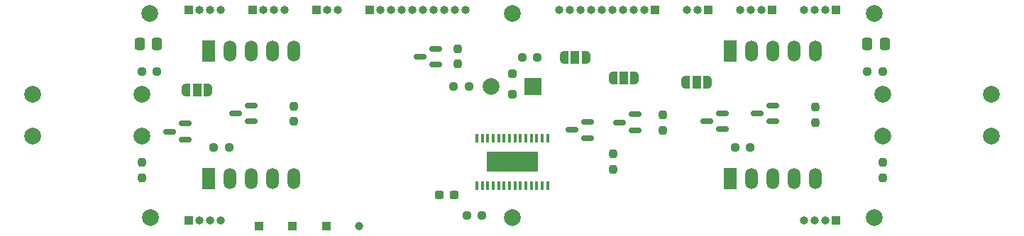
<source format=gbr>
%TF.GenerationSoftware,KiCad,Pcbnew,8.0.0*%
%TF.CreationDate,2024-11-21T20:10:56+00:00*%
%TF.ProjectId,display-board,64697370-6c61-4792-9d62-6f6172642e6b,rev?*%
%TF.SameCoordinates,Original*%
%TF.FileFunction,Soldermask,Bot*%
%TF.FilePolarity,Negative*%
%FSLAX46Y46*%
G04 Gerber Fmt 4.6, Leading zero omitted, Abs format (unit mm)*
G04 Created by KiCad (PCBNEW 8.0.0) date 2024-11-21 20:10:56*
%MOMM*%
%LPD*%
G01*
G04 APERTURE LIST*
G04 Aperture macros list*
%AMRoundRect*
0 Rectangle with rounded corners*
0 $1 Rounding radius*
0 $2 $3 $4 $5 $6 $7 $8 $9 X,Y pos of 4 corners*
0 Add a 4 corners polygon primitive as box body*
4,1,4,$2,$3,$4,$5,$6,$7,$8,$9,$2,$3,0*
0 Add four circle primitives for the rounded corners*
1,1,$1+$1,$2,$3*
1,1,$1+$1,$4,$5*
1,1,$1+$1,$6,$7*
1,1,$1+$1,$8,$9*
0 Add four rect primitives between the rounded corners*
20,1,$1+$1,$2,$3,$4,$5,0*
20,1,$1+$1,$4,$5,$6,$7,0*
20,1,$1+$1,$6,$7,$8,$9,0*
20,1,$1+$1,$8,$9,$2,$3,0*%
%AMFreePoly0*
4,1,19,0.550000,-0.750000,0.000000,-0.750000,0.000000,-0.744911,-0.071157,-0.744911,-0.207708,-0.704816,-0.327430,-0.627875,-0.420627,-0.520320,-0.479746,-0.390866,-0.500000,-0.250000,-0.500000,0.250000,-0.479746,0.390866,-0.420627,0.520320,-0.327430,0.627875,-0.207708,0.704816,-0.071157,0.744911,0.000000,0.744911,0.000000,0.750000,0.550000,0.750000,0.550000,-0.750000,0.550000,-0.750000,
$1*%
%AMFreePoly1*
4,1,19,0.000000,0.744911,0.071157,0.744911,0.207708,0.704816,0.327430,0.627875,0.420627,0.520320,0.479746,0.390866,0.500000,0.250000,0.500000,-0.250000,0.479746,-0.390866,0.420627,-0.520320,0.327430,-0.627875,0.207708,-0.704816,0.071157,-0.744911,0.000000,-0.744911,0.000000,-0.750000,-0.550000,-0.750000,-0.550000,0.750000,0.000000,0.750000,0.000000,0.744911,0.000000,0.744911,
$1*%
G04 Aperture macros list end*
%ADD10R,1.000000X1.000000*%
%ADD11RoundRect,0.237500X0.237500X-0.250000X0.237500X0.250000X-0.237500X0.250000X-0.237500X-0.250000X0*%
%ADD12RoundRect,0.237500X-0.250000X-0.237500X0.250000X-0.237500X0.250000X0.237500X-0.250000X0.237500X0*%
%ADD13RoundRect,0.237500X0.250000X0.237500X-0.250000X0.237500X-0.250000X-0.237500X0.250000X-0.237500X0*%
%ADD14RoundRect,0.250000X-0.337500X-0.475000X0.337500X-0.475000X0.337500X0.475000X-0.337500X0.475000X0*%
%ADD15RoundRect,0.250000X0.337500X0.475000X-0.337500X0.475000X-0.337500X-0.475000X0.337500X-0.475000X0*%
%ADD16RoundRect,0.237500X0.300000X0.237500X-0.300000X0.237500X-0.300000X-0.237500X0.300000X-0.237500X0*%
%ADD17O,1.000000X1.000000*%
%ADD18C,2.000000*%
%ADD19R,1.524000X2.524000*%
%ADD20O,1.524000X2.524000*%
%ADD21R,2.000000X2.000000*%
%ADD22FreePoly0,180.000000*%
%ADD23R,1.000000X1.500000*%
%ADD24FreePoly1,180.000000*%
%ADD25C,1.000000*%
%ADD26RoundRect,0.237500X-0.237500X0.250000X-0.237500X-0.250000X0.237500X-0.250000X0.237500X0.250000X0*%
%ADD27RoundRect,0.150000X0.587500X0.150000X-0.587500X0.150000X-0.587500X-0.150000X0.587500X-0.150000X0*%
%ADD28RoundRect,0.250000X0.250000X-0.250000X0.250000X0.250000X-0.250000X0.250000X-0.250000X-0.250000X0*%
%ADD29R,6.170000X2.400000*%
%ADD30R,0.400000X1.100000*%
G04 APERTURE END LIST*
D10*
%TO.C,CTRL*%
X69795000Y-110700000D03*
%TD*%
D11*
%TO.C,R14*%
X55795000Y-104912500D03*
X55795000Y-103087500D03*
%TD*%
D12*
%TO.C,R13*%
X55782500Y-92200000D03*
X57607500Y-92200000D03*
%TD*%
D11*
%TO.C,R12*%
X144195500Y-103087500D03*
X144195500Y-104912500D03*
%TD*%
D13*
%TO.C,R11*%
X144207500Y-92200000D03*
X142382500Y-92200000D03*
%TD*%
D14*
%TO.C,C3*%
X57632500Y-88900000D03*
X55557500Y-88900000D03*
%TD*%
D15*
%TO.C,C2*%
X144432500Y-88900000D03*
X142357500Y-88900000D03*
%TD*%
D16*
%TO.C,C1*%
X93057500Y-107000000D03*
X91332500Y-107000000D03*
%TD*%
D10*
%TO.C,PWR3*%
X61400000Y-110000000D03*
D17*
X62670000Y-110000000D03*
X63940000Y-110000000D03*
X65210000Y-110000000D03*
%TD*%
D10*
%TO.C,SW_C1*%
X76650000Y-84900000D03*
D17*
X77920000Y-84900000D03*
X79190000Y-84900000D03*
%TD*%
D10*
%TO.C,DD1*%
X83005000Y-84900000D03*
D17*
X84275000Y-84900000D03*
X85545000Y-84900000D03*
X86815000Y-84900000D03*
X88085000Y-84900000D03*
X89355000Y-84900000D03*
X90625000Y-84900000D03*
X91895000Y-84900000D03*
X93165000Y-84900000D03*
X94435000Y-84900000D03*
%TD*%
D10*
%TO.C,PWR4*%
X138600000Y-110000000D03*
D17*
X137330000Y-110000000D03*
X136060000Y-110000000D03*
X134790000Y-110000000D03*
%TD*%
D10*
%TO.C,SW_C2*%
X123350000Y-84900000D03*
D17*
X122080000Y-84900000D03*
X120810000Y-84900000D03*
%TD*%
D18*
%TO.C,J4*%
X143200000Y-109700000D03*
%TD*%
D10*
%TO.C,CA1*%
X69025000Y-84900000D03*
D17*
X70295000Y-84900000D03*
X71565000Y-84900000D03*
X72835000Y-84900000D03*
%TD*%
D18*
%TO.C,SW2*%
X144200000Y-99900000D03*
X157200000Y-99900000D03*
X144200000Y-94900000D03*
X157200000Y-94900000D03*
%TD*%
D10*
%TO.C,DD2*%
X116995000Y-84900000D03*
D17*
X115725000Y-84900000D03*
X114455000Y-84900000D03*
X113185000Y-84900000D03*
X111915000Y-84900000D03*
X110645000Y-84900000D03*
X109375000Y-84900000D03*
X108105000Y-84900000D03*
X106835000Y-84900000D03*
X105565000Y-84900000D03*
%TD*%
D19*
%TO.C,U2*%
X63820000Y-105000000D03*
D20*
X66360000Y-105000000D03*
X68900000Y-105000000D03*
X71440000Y-105000000D03*
X73980000Y-105000000D03*
X73980000Y-89760000D03*
X71440000Y-89760000D03*
X68900000Y-89760000D03*
X66360000Y-89760000D03*
D19*
X63820000Y-89760000D03*
%TD*%
D18*
%TO.C,SW1*%
X55800000Y-94900000D03*
X42800000Y-94900000D03*
X55800000Y-99900000D03*
X42800000Y-99900000D03*
%TD*%
D21*
%TO.C,BZ1*%
X102500000Y-93999999D03*
D18*
X97500000Y-93999999D03*
%TD*%
D10*
%TO.C,PWR1*%
X61400000Y-84900000D03*
D17*
X62670000Y-84900000D03*
X63940000Y-84900000D03*
X65210000Y-84900000D03*
%TD*%
D10*
%TO.C,CA2*%
X130975000Y-84900000D03*
D17*
X129705000Y-84900000D03*
X128435000Y-84900000D03*
X127165000Y-84900000D03*
%TD*%
D18*
%TO.C,J1*%
X56795000Y-85300000D03*
%TD*%
%TO.C,J5*%
X100000000Y-85300000D03*
%TD*%
%TO.C,J3*%
X143195000Y-85300000D03*
%TD*%
%TO.C,J2*%
X56800000Y-109700000D03*
%TD*%
%TO.C,J6*%
X100000000Y-109700000D03*
%TD*%
D19*
%TO.C,U4*%
X126000000Y-105000000D03*
D20*
X128540000Y-105000000D03*
X131080000Y-105000000D03*
X133620000Y-105000000D03*
X136160000Y-105000000D03*
X136160000Y-89760000D03*
X133620000Y-89760000D03*
X131080000Y-89760000D03*
X128540000Y-89760000D03*
D19*
X126000000Y-89760000D03*
%TD*%
D10*
%TO.C,PWR2*%
X138600000Y-84900000D03*
D17*
X137330000Y-84900000D03*
X136060000Y-84900000D03*
X134790000Y-84900000D03*
%TD*%
D22*
%TO.C,PWRQ2*%
X123300000Y-93500000D03*
D23*
X122000000Y-93500000D03*
D24*
X120700000Y-93500000D03*
%TD*%
D25*
%TO.C,GND*%
X81695000Y-110700000D03*
%TD*%
D26*
%TO.C,R6*%
X118000000Y-97400000D03*
X118000000Y-99225000D03*
%TD*%
%TO.C,R3*%
X136162500Y-96500000D03*
X136162500Y-98325000D03*
%TD*%
%TO.C,R9*%
X93500000Y-89487500D03*
X93500000Y-91312500D03*
%TD*%
D22*
%TO.C,PWR_S1*%
X108800000Y-90500000D03*
D23*
X107500000Y-90500000D03*
D24*
X106200000Y-90500000D03*
%TD*%
D26*
%TO.C,R1*%
X73962500Y-96337500D03*
X73962500Y-98162500D03*
%TD*%
D27*
%TO.C,Q6*%
X109000000Y-98250000D03*
X109000000Y-100150000D03*
X107125000Y-99200000D03*
%TD*%
D22*
%TO.C,PWRQ3*%
X114600000Y-93000000D03*
D23*
X113300000Y-93000000D03*
D24*
X112000000Y-93000000D03*
%TD*%
D27*
%TO.C,Q4*%
X125100000Y-97187500D03*
X125100000Y-99087500D03*
X123225000Y-98137500D03*
%TD*%
D12*
%TO.C,R5*%
X126587500Y-101300000D03*
X128412500Y-101300000D03*
%TD*%
D11*
%TO.C,R7*%
X112000000Y-103912500D03*
X112000000Y-102087500D03*
%TD*%
D12*
%TO.C,R2*%
X64387500Y-101300000D03*
X66212500Y-101300000D03*
%TD*%
D27*
%TO.C,Q2*%
X60975000Y-98450000D03*
X60975000Y-100350000D03*
X59100000Y-99400000D03*
%TD*%
D28*
%TO.C,D1*%
X100000000Y-94950000D03*
X100000000Y-92450000D03*
%TD*%
D10*
%TO.C,BAT+*%
X77795000Y-110700000D03*
%TD*%
D22*
%TO.C,PWRQ1*%
X63700000Y-94400000D03*
D23*
X62400000Y-94400000D03*
D24*
X61100000Y-94400000D03*
%TD*%
D12*
%TO.C,R8*%
X93000000Y-94000000D03*
X94825000Y-94000000D03*
%TD*%
%TO.C,R10*%
X101175000Y-90500000D03*
X103000000Y-90500000D03*
%TD*%
D27*
%TO.C,Q7*%
X90875000Y-89500000D03*
X90875000Y-91400000D03*
X89000000Y-90450000D03*
%TD*%
%TO.C,Q3*%
X131100000Y-96287500D03*
X131100000Y-98187500D03*
X129225000Y-97237500D03*
%TD*%
%TO.C,Q5*%
X114637500Y-97350000D03*
X114637500Y-99250000D03*
X112762500Y-98300000D03*
%TD*%
D10*
%TO.C,LDO*%
X73795000Y-110700000D03*
%TD*%
D27*
%TO.C,Q1*%
X68900000Y-96287500D03*
X68900000Y-98187500D03*
X67025000Y-97237500D03*
%TD*%
D29*
%TO.C,U1*%
X100000000Y-103000000D03*
D30*
X95775000Y-100150000D03*
X96425000Y-100150000D03*
X97075000Y-100150000D03*
X97725000Y-100150000D03*
X98375000Y-100150000D03*
X99025000Y-100150000D03*
X99675000Y-100150000D03*
X100325000Y-100150000D03*
X100975000Y-100150000D03*
X101625000Y-100150000D03*
X102275000Y-100150000D03*
X102925000Y-100150000D03*
X103575000Y-100150000D03*
X104225000Y-100150000D03*
X104225000Y-105850000D03*
X103575000Y-105850000D03*
X102925000Y-105850000D03*
X102275000Y-105850000D03*
X101625000Y-105850000D03*
X100975000Y-105850000D03*
X100325000Y-105850000D03*
X99675000Y-105850000D03*
X99025000Y-105850000D03*
X98375000Y-105850000D03*
X97725000Y-105850000D03*
X97075000Y-105850000D03*
X96425000Y-105850000D03*
X95775000Y-105850000D03*
%TD*%
D13*
%TO.C,R4*%
X96407500Y-109400000D03*
X94582500Y-109400000D03*
%TD*%
M02*

</source>
